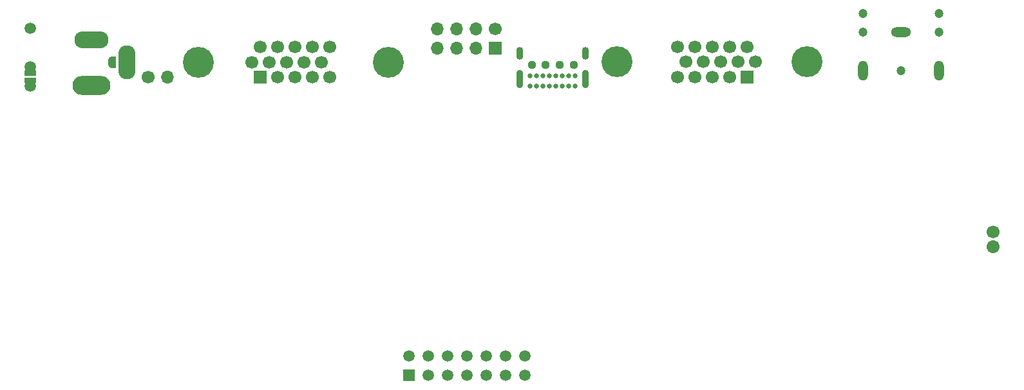
<source format=gbr>
%TF.GenerationSoftware,KiCad,Pcbnew,9.0.0*%
%TF.CreationDate,2025-04-15T08:33:07-04:00*%
%TF.ProjectId,jSmartSW,6a536d61-7274-4535-972e-6b696361645f,1.0*%
%TF.SameCoordinates,Original*%
%TF.FileFunction,Soldermask,Bot*%
%TF.FilePolarity,Negative*%
%FSLAX46Y46*%
G04 Gerber Fmt 4.6, Leading zero omitted, Abs format (unit mm)*
G04 Created by KiCad (PCBNEW 9.0.0) date 2025-04-15 08:33:07*
%MOMM*%
%LPD*%
G01*
G04 APERTURE LIST*
G04 Aperture macros list*
%AMRoundRect*
0 Rectangle with rounded corners*
0 $1 Rounding radius*
0 $2 $3 $4 $5 $6 $7 $8 $9 X,Y pos of 4 corners*
0 Add a 4 corners polygon primitive as box body*
4,1,4,$2,$3,$4,$5,$6,$7,$8,$9,$2,$3,0*
0 Add four circle primitives for the rounded corners*
1,1,$1+$1,$2,$3*
1,1,$1+$1,$4,$5*
1,1,$1+$1,$6,$7*
1,1,$1+$1,$8,$9*
0 Add four rect primitives between the rounded corners*
20,1,$1+$1,$2,$3,$4,$5,0*
20,1,$1+$1,$4,$5,$6,$7,0*
20,1,$1+$1,$6,$7,$8,$9,0*
20,1,$1+$1,$8,$9,$2,$3,0*%
%AMFreePoly0*
4,1,33,0.246742,0.813399,0.400687,0.749633,0.539234,0.657059,0.657059,0.539234,0.749633,0.400687,0.813399,0.246742,0.845907,0.083315,0.845907,-0.083315,0.813399,-0.246742,0.749633,-0.400687,0.657059,-0.539234,0.539234,-0.657059,0.400687,-0.749633,0.246742,-0.813399,0.083315,-0.845907,-0.083315,-0.845907,-0.246742,-0.813399,-0.400687,-0.749633,-0.539234,-0.657059,-0.657059,-0.539234,
-0.749633,-0.400687,-0.813399,-0.246742,-0.845907,-0.083315,-0.845907,0.083315,-0.813399,0.246742,-0.749633,0.400687,-0.657059,0.539234,-0.539234,0.657059,-0.400687,0.749633,-0.246742,0.813399,-0.083315,0.845907,0.083315,0.845907,0.246742,0.813399,0.246742,0.813399,$1*%
%AMFreePoly1*
4,1,23,0.500000,-0.750000,0.000000,-0.750000,0.000000,-0.745722,-0.065263,-0.745722,-0.191342,-0.711940,-0.304381,-0.646677,-0.396677,-0.554381,-0.461940,-0.441342,-0.495722,-0.315263,-0.495722,-0.250000,-0.500000,-0.250000,-0.500000,0.250000,-0.495722,0.250000,-0.495722,0.315263,-0.461940,0.441342,-0.396677,0.554381,-0.304381,0.646677,-0.191342,0.711940,-0.065263,0.745722,0.000000,0.745722,
0.000000,0.750000,0.500000,0.750000,0.500000,-0.750000,0.500000,-0.750000,$1*%
%AMFreePoly2*
4,1,23,0.000000,0.745722,0.065263,0.745722,0.191342,0.711940,0.304381,0.646677,0.396677,0.554381,0.461940,0.441342,0.495722,0.315263,0.495722,0.250000,0.500000,0.250000,0.500000,-0.250000,0.495722,-0.250000,0.495722,-0.315263,0.461940,-0.441342,0.396677,-0.554381,0.304381,-0.646677,0.191342,-0.711940,0.065263,-0.745722,0.000000,-0.745722,0.000000,-0.750000,-0.500000,-0.750000,
-0.500000,0.750000,0.000000,0.750000,0.000000,0.745722,0.000000,0.745722,$1*%
G04 Aperture macros list end*
%ADD10C,1.700000*%
%ADD11O,1.700000X1.700000*%
%ADD12C,0.650000*%
%ADD13O,0.900000X1.700000*%
%ADD14O,0.900000X2.400000*%
%ADD15FreePoly0,270.000000*%
%ADD16R,1.700000X1.700000*%
%ADD17R,1.508000X1.508000*%
%ADD18C,1.508000*%
%ADD19FreePoly1,90.000000*%
%ADD20FreePoly2,90.000000*%
%ADD21RoundRect,0.237500X0.250000X0.237500X-0.250000X0.237500X-0.250000X-0.237500X0.250000X-0.237500X0*%
%ADD22O,5.000000X2.500000*%
%ADD23O,4.500000X2.250000*%
%ADD24O,2.250000X4.500000*%
%ADD25C,4.066000*%
%ADD26FreePoly1,180.000000*%
%ADD27FreePoly2,180.000000*%
%ADD28C,1.200000*%
%ADD29O,2.616000X1.308000*%
%ADD30O,1.308000X2.616000*%
%ADD31C,1.500000*%
%ADD32RoundRect,0.237500X-0.250000X-0.237500X0.250000X-0.237500X0.250000X0.237500X-0.250000X0.237500X0*%
G04 APERTURE END LIST*
D10*
%TO.C,J6*%
X98829970Y-89510000D03*
D11*
X101369970Y-89510000D03*
%TD*%
D12*
%TO.C,J2*%
X154999971Y-90748422D03*
X154149970Y-90748422D03*
X153299972Y-90748422D03*
X152449971Y-90748422D03*
X151599971Y-90748422D03*
X150749970Y-90748422D03*
X149899972Y-90748422D03*
X149049971Y-90748422D03*
X149049971Y-89398422D03*
X149899972Y-89398422D03*
X150749970Y-89398422D03*
X151599971Y-89398422D03*
X152449971Y-89398422D03*
X153299972Y-89398422D03*
X154149970Y-89398422D03*
X154999971Y-89398422D03*
D13*
X156349971Y-86388422D03*
X147699971Y-86388422D03*
D14*
X156349971Y-89768422D03*
X147699971Y-89768422D03*
%TD*%
D15*
%TO.C,U1*%
X209939971Y-111908421D03*
D10*
X209939971Y-109908421D03*
%TD*%
D16*
%TO.C,J3*%
X144499971Y-85758422D03*
D11*
X141959971Y-85758422D03*
X139419971Y-85758422D03*
X136879971Y-85758422D03*
D10*
X144499971Y-83218422D03*
D11*
X141959971Y-83218422D03*
X139419972Y-83218422D03*
X136879971Y-83218422D03*
%TD*%
D17*
%TO.C,J5*%
X133159971Y-128788423D03*
D18*
X133159971Y-126248423D03*
X135699971Y-128788423D03*
X135699971Y-126248423D03*
X138239971Y-128788423D03*
X138239971Y-126248423D03*
X140779971Y-128788424D03*
X140779971Y-126248422D03*
X143319971Y-128788423D03*
X143319971Y-126248423D03*
X145859971Y-128788423D03*
X145859971Y-126248423D03*
X148399971Y-128788423D03*
X148399971Y-126248423D03*
%TD*%
D19*
%TO.C,JP3*%
X83329971Y-90168422D03*
D20*
X83329971Y-88868424D03*
%TD*%
D21*
%TO.C,R3*%
X154782470Y-87928423D03*
X152957470Y-87928423D03*
%TD*%
D22*
%TO.C,J4*%
X91369970Y-90608422D03*
D23*
X91369970Y-84608422D03*
D24*
X96069970Y-87608422D03*
%TD*%
D16*
%TO.C,P2*%
X113599961Y-89548401D03*
D10*
X115889962Y-89548401D03*
X118179961Y-89548401D03*
X120469962Y-89548401D03*
X122759962Y-89548400D03*
X112454963Y-87568401D03*
X114744962Y-87568401D03*
X117034962Y-87568401D03*
X119324962Y-87568401D03*
X121614962Y-87568401D03*
X113599961Y-85588401D03*
X115889962Y-85588401D03*
X118179961Y-85588401D03*
X120469962Y-85588401D03*
X122759962Y-85588402D03*
D25*
X105434962Y-87568401D03*
X130424961Y-87568401D03*
%TD*%
D26*
%TO.C,JP4*%
X95439970Y-87608421D03*
D27*
X94139972Y-87608421D03*
%TD*%
D28*
%TO.C,J1*%
X202808061Y-81147988D03*
X192808061Y-81147988D03*
X202808061Y-83647988D03*
X192808061Y-83647988D03*
X197808061Y-88647988D03*
D29*
X197808061Y-83647988D03*
D30*
X202808061Y-88647988D03*
X192808061Y-88647988D03*
%TD*%
D31*
%TO.C,SW1*%
X83329971Y-88198421D03*
X83329971Y-90738422D03*
X83329971Y-83118422D03*
%TD*%
D16*
%TO.C,P1*%
X177584971Y-89518423D03*
D10*
X175294971Y-89518423D03*
X173004971Y-89518423D03*
X170714971Y-89518423D03*
X168424971Y-89518423D03*
X178729972Y-87538423D03*
X176439971Y-87538423D03*
X174149970Y-87538423D03*
X171859971Y-87538423D03*
X169569970Y-87538423D03*
X177584971Y-85558423D03*
X175294971Y-85558423D03*
X173004971Y-85558423D03*
X170714971Y-85558423D03*
X168424971Y-85558423D03*
D25*
X160509971Y-87538423D03*
X185499970Y-87538423D03*
%TD*%
D32*
%TO.C,R4*%
X149269970Y-87928423D03*
X151094970Y-87928423D03*
%TD*%
M02*

</source>
